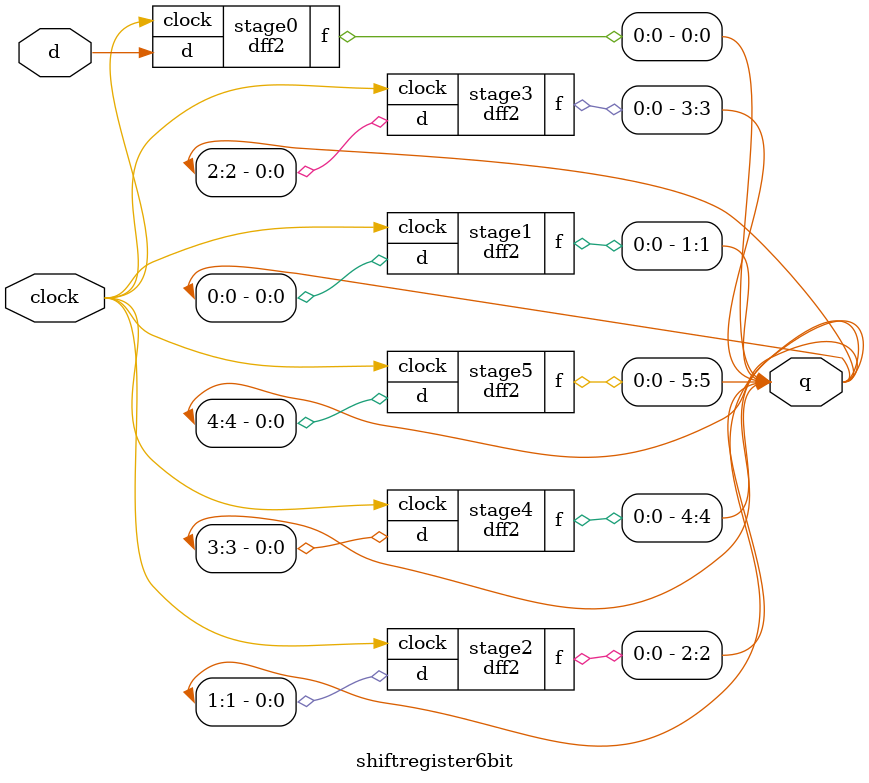
<source format=v>
module dff2(d,clock,f);
input d,clock;                                               
output f;
reg f;
always @ (posedge clock)
f<=d;
endmodule

module shiftregister6bit(d,clock,q);
input d,clock;
output [5:0]q;

dff2 stage0(d,clock,q[0]);
dff2 stage1(q[0],clock,q[1]);
dff2 stage2(q[1],clock,q[2]);
dff2 stage3(q[2],clock,q[3]);
dff2 stage4(q[3],clock,q[4]);
dff2 stage5(q[4],clock,q[5]);
endmodule

</source>
